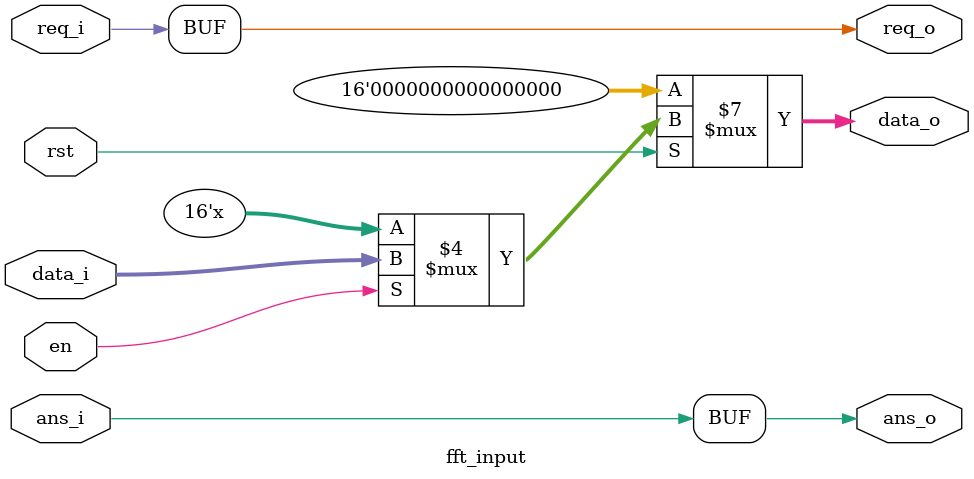
<source format=v>
`timescale 1ns / 1ps
/*
function : control input(when to take input
与串行输入设备的简单接口，起到根据主机的状态决定是否传递数据进入的作用，en=1允许输入
*/
module fft_input(
    input wire rst,
    input wire req_i,
    input wire ans_i,
    input wire en,
    input wire [15:0] data_i,
    output reg req_o,
    output reg ans_o,
    output reg [15:0] data_o
    );
    
    always @(*) begin
        req_o = req_i;
        ans_o = ans_i;
        if(rst == 1'b0) begin
            data_o <= 16'h0000;
        end
        else if(en == 1'b1) begin
            data_o <= data_i;
        end
    end
endmodule

</source>
